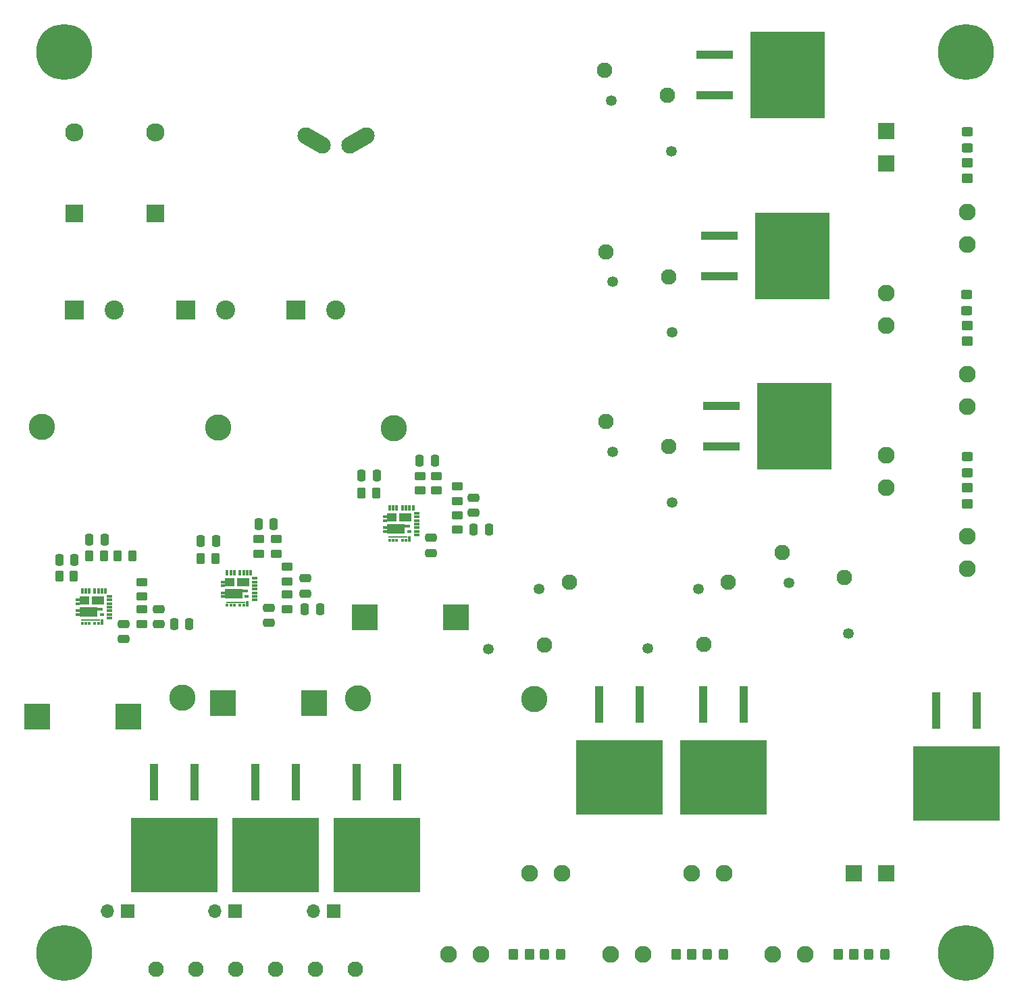
<source format=gts>
G04 #@! TF.GenerationSoftware,KiCad,Pcbnew,(6.0.0)*
G04 #@! TF.CreationDate,2023-02-19T13:31:38-06:00*
G04 #@! TF.ProjectId,SIC431,53494334-3331-42e6-9b69-6361645f7063,rev?*
G04 #@! TF.SameCoordinates,Original*
G04 #@! TF.FileFunction,Soldermask,Top*
G04 #@! TF.FilePolarity,Negative*
%FSLAX46Y46*%
G04 Gerber Fmt 4.6, Leading zero omitted, Abs format (unit mm)*
G04 Created by KiCad (PCBNEW (6.0.0)) date 2023-02-19 13:31:38*
%MOMM*%
%LPD*%
G01*
G04 APERTURE LIST*
G04 Aperture macros list*
%AMRoundRect*
0 Rectangle with rounded corners*
0 $1 Rounding radius*
0 $2 $3 $4 $5 $6 $7 $8 $9 X,Y pos of 4 corners*
0 Add a 4 corners polygon primitive as box body*
4,1,4,$2,$3,$4,$5,$6,$7,$8,$9,$2,$3,0*
0 Add four circle primitives for the rounded corners*
1,1,$1+$1,$2,$3*
1,1,$1+$1,$4,$5*
1,1,$1+$1,$6,$7*
1,1,$1+$1,$8,$9*
0 Add four rect primitives between the rounded corners*
20,1,$1+$1,$2,$3,$4,$5,0*
20,1,$1+$1,$4,$5,$6,$7,0*
20,1,$1+$1,$6,$7,$8,$9,0*
20,1,$1+$1,$8,$9,$2,$3,0*%
%AMHorizOval*
0 Thick line with rounded ends*
0 $1 width*
0 $2 $3 position (X,Y) of the first rounded end (center of the circle)*
0 $4 $5 position (X,Y) of the second rounded end (center of the circle)*
0 Add line between two ends*
20,1,$1,$2,$3,$4,$5,0*
0 Add two circle primitives to create the rounded ends*
1,1,$1,$2,$3*
1,1,$1,$4,$5*%
G04 Aperture macros list end*
%ADD10RoundRect,0.250000X0.262500X0.450000X-0.262500X0.450000X-0.262500X-0.450000X0.262500X-0.450000X0*%
%ADD11R,1.700000X1.700000*%
%ADD12O,1.700000X1.700000*%
%ADD13RoundRect,0.250000X-0.450000X0.325000X-0.450000X-0.325000X0.450000X-0.325000X0.450000X0.325000X0*%
%ADD14RoundRect,0.250000X0.450000X-0.262500X0.450000X0.262500X-0.450000X0.262500X-0.450000X-0.262500X0*%
%ADD15RoundRect,0.250000X0.450000X-0.350000X0.450000X0.350000X-0.450000X0.350000X-0.450000X-0.350000X0*%
%ADD16R,4.600000X1.100000*%
%ADD17R,9.400000X10.800000*%
%ADD18R,1.100000X4.600000*%
%ADD19R,10.800000X9.400000*%
%ADD20HorizOval,2.100000X1.039230X-0.600000X-1.039230X0.600000X0*%
%ADD21HorizOval,2.100000X1.039230X0.600000X-1.039230X-0.600000X0*%
%ADD22RoundRect,0.250000X0.475000X-0.250000X0.475000X0.250000X-0.475000X0.250000X-0.475000X-0.250000X0*%
%ADD23C,1.950000*%
%ADD24C,1.350000*%
%ADD25RoundRect,0.250000X-0.250000X-0.475000X0.250000X-0.475000X0.250000X0.475000X-0.250000X0.475000X0*%
%ADD26RoundRect,0.250000X-0.475000X0.250000X-0.475000X-0.250000X0.475000X-0.250000X0.475000X0.250000X0*%
%ADD27RoundRect,0.250000X0.250000X0.475000X-0.250000X0.475000X-0.250000X-0.475000X0.250000X-0.475000X0*%
%ADD28RoundRect,0.250000X0.325000X0.450000X-0.325000X0.450000X-0.325000X-0.450000X0.325000X-0.450000X0*%
%ADD29RoundRect,0.250000X-0.350000X-0.450000X0.350000X-0.450000X0.350000X0.450000X-0.350000X0.450000X0*%
%ADD30R,2.400000X2.400000*%
%ADD31C,2.400000*%
%ADD32R,0.550000X0.300000*%
%ADD33R,0.300000X0.450000*%
%ADD34R,2.350000X0.280000*%
%ADD35R,0.300000X0.730000*%
%ADD36R,0.725000X0.300000*%
%ADD37R,0.300000X0.725000*%
%ADD38R,1.575000X1.050000*%
%ADD39R,1.150000X1.050000*%
%ADD40R,2.175000X1.200000*%
%ADD41R,0.650000X0.455000*%
%ADD42R,0.580000X0.380000*%
%ADD43C,0.800000*%
%ADD44C,7.000000*%
%ADD45RoundRect,0.250000X-0.450000X0.262500X-0.450000X-0.262500X0.450000X-0.262500X0.450000X0.262500X0*%
%ADD46RoundRect,0.250000X-0.262500X-0.450000X0.262500X-0.450000X0.262500X0.450000X-0.262500X0.450000X0*%
%ADD47R,3.175000X3.300000*%
%ADD48R,2.124000X2.124000*%
%ADD49C,2.124000*%
%ADD50R,2.300000X2.300000*%
%ADD51C,2.300000*%
%ADD52C,3.300000*%
G04 APERTURE END LIST*
D10*
X28207500Y-92750000D03*
X26382500Y-92750000D03*
D11*
X34980000Y-134770000D03*
D12*
X32440000Y-134770000D03*
D13*
X140150000Y-57405000D03*
X140150000Y-59455000D03*
D14*
X73650000Y-82012500D03*
X73650000Y-80187500D03*
D15*
X140170000Y-83680000D03*
X140170000Y-81680000D03*
D16*
X109095000Y-55165000D03*
D17*
X118245000Y-52625000D03*
D16*
X109095000Y-50085000D03*
D18*
X63660000Y-118585000D03*
D19*
X66200000Y-127735000D03*
D18*
X68740000Y-118585000D03*
D10*
X45952500Y-90537500D03*
X44127500Y-90537500D03*
D20*
X58350000Y-38123000D03*
D21*
X63850000Y-38123000D03*
D22*
X57180000Y-94910000D03*
X57180000Y-93010000D03*
D23*
X110235000Y-93480000D03*
D24*
X106485000Y-94330000D03*
X100135000Y-101830000D03*
D23*
X107135000Y-101330000D03*
D25*
X78335000Y-86910000D03*
X80235000Y-86910000D03*
D18*
X94080000Y-108855000D03*
D19*
X96620000Y-118005000D03*
D18*
X99160000Y-108855000D03*
D10*
X66112500Y-82330000D03*
X64287500Y-82330000D03*
D26*
X34475000Y-98720000D03*
X34475000Y-100620000D03*
D27*
X46010000Y-88367500D03*
X44110000Y-88367500D03*
D28*
X89252500Y-140160000D03*
X87202500Y-140160000D03*
D29*
X103690000Y-140160000D03*
X105690000Y-140160000D03*
D30*
X56016041Y-59420000D03*
D31*
X61016041Y-59420000D03*
D25*
X57170000Y-96886250D03*
X59070000Y-96886250D03*
D32*
X28690000Y-95725000D03*
X28690000Y-96175000D03*
X28690000Y-97075000D03*
X28690000Y-97525000D03*
D33*
X29240000Y-98625000D03*
X29690000Y-98625000D03*
X30140000Y-98625000D03*
X30840000Y-98625000D03*
X31290000Y-98625000D03*
D34*
X30265000Y-98260000D03*
D35*
X31740000Y-98485000D03*
D36*
X32652500Y-97975000D03*
X32652500Y-97525000D03*
X32652500Y-97075000D03*
X32652500Y-96625000D03*
X32652500Y-96175000D03*
X32652500Y-95725000D03*
X32652500Y-95275000D03*
D37*
X32190000Y-94612500D03*
X31740000Y-94612500D03*
X31290000Y-94612500D03*
X30840000Y-94612500D03*
X30140000Y-94612500D03*
X29690000Y-94612500D03*
X29240000Y-94612500D03*
D38*
X31202500Y-95800000D03*
D39*
X29540000Y-95800000D03*
D40*
X30052500Y-97225000D03*
D41*
X31465000Y-96852500D03*
D42*
X31700000Y-97540000D03*
D18*
X50970000Y-118585000D03*
D19*
X53510000Y-127735000D03*
D18*
X56050000Y-118585000D03*
D43*
X24375000Y-27000000D03*
X28856155Y-28856155D03*
D44*
X27000000Y-27000000D03*
D43*
X25143845Y-25143845D03*
X27000000Y-24375000D03*
X29625000Y-27000000D03*
X25143845Y-28856155D03*
X27000000Y-29625000D03*
X28856155Y-25143845D03*
D13*
X140170000Y-37005000D03*
X140170000Y-39055000D03*
D15*
X140160000Y-63300000D03*
X140160000Y-61300000D03*
D23*
X90295000Y-93500000D03*
D24*
X86545000Y-94350000D03*
X80195000Y-101850000D03*
D23*
X87195000Y-101350000D03*
D43*
X29625000Y-140000000D03*
X27000000Y-142625000D03*
X25143845Y-138143845D03*
X27000000Y-137375000D03*
X24375000Y-140000000D03*
X28856155Y-138143845D03*
D44*
X27000000Y-140000000D03*
D43*
X25143845Y-141856155D03*
X28856155Y-141856155D03*
D32*
X67227500Y-85315000D03*
X67227500Y-85765000D03*
X67227500Y-86665000D03*
X67227500Y-87115000D03*
D33*
X67777500Y-88215000D03*
X68227500Y-88215000D03*
X68677500Y-88215000D03*
X69377500Y-88215000D03*
X69827500Y-88215000D03*
D34*
X68802500Y-87850000D03*
D35*
X70277500Y-88075000D03*
D36*
X71190000Y-87565000D03*
X71190000Y-87115000D03*
X71190000Y-86665000D03*
X71190000Y-86215000D03*
X71190000Y-85765000D03*
X71190000Y-85315000D03*
X71190000Y-84865000D03*
D37*
X70727500Y-84202500D03*
X70277500Y-84202500D03*
X69827500Y-84202500D03*
X69377500Y-84202500D03*
X68677500Y-84202500D03*
X68227500Y-84202500D03*
X67777500Y-84202500D03*
D38*
X69740000Y-85390000D03*
D39*
X68077500Y-85390000D03*
D40*
X68590000Y-86815000D03*
D41*
X70002500Y-86442500D03*
D42*
X70237500Y-87130000D03*
D45*
X36735000Y-96917500D03*
X36735000Y-98742500D03*
D25*
X40795000Y-98780000D03*
X42695000Y-98780000D03*
D46*
X33682500Y-90210000D03*
X35507500Y-90210000D03*
D43*
X138143845Y-25143845D03*
X140000000Y-24375000D03*
X140000000Y-29625000D03*
X141856155Y-28856155D03*
D44*
X140000000Y-27000000D03*
D43*
X137375000Y-27000000D03*
X141856155Y-25143845D03*
X138143845Y-28856155D03*
X142625000Y-27000000D03*
D46*
X30142500Y-90220000D03*
X31967500Y-90220000D03*
D25*
X30135000Y-88130000D03*
X32035000Y-88130000D03*
D27*
X66170000Y-80120000D03*
X64270000Y-80120000D03*
D16*
X108510000Y-32450000D03*
D17*
X117660000Y-29910000D03*
D16*
X108510000Y-27370000D03*
D29*
X83330000Y-140160000D03*
X85330000Y-140160000D03*
D28*
X109612500Y-140160000D03*
X107562500Y-140160000D03*
D14*
X36735000Y-95282500D03*
X36735000Y-93457500D03*
D25*
X51340000Y-86227500D03*
X53240000Y-86227500D03*
D30*
X28246041Y-59420000D03*
D31*
X33246041Y-59420000D03*
D15*
X140170000Y-42900000D03*
X140170000Y-40900000D03*
D45*
X76290000Y-85080000D03*
X76290000Y-86905000D03*
D22*
X78290000Y-84790000D03*
X78290000Y-82890000D03*
D28*
X129905000Y-140160000D03*
X127855000Y-140160000D03*
D47*
X64705000Y-97920000D03*
X76135000Y-97920000D03*
D18*
X107125000Y-108815000D03*
D19*
X109665000Y-117965000D03*
D18*
X112205000Y-108815000D03*
D23*
X94880000Y-52090000D03*
D24*
X95730000Y-55840000D03*
X103230000Y-62190000D03*
D23*
X102730000Y-55190000D03*
D26*
X72940000Y-87930000D03*
X72940000Y-89830000D03*
D47*
X46905000Y-108640000D03*
X58335000Y-108640000D03*
D23*
X94735000Y-29345000D03*
D24*
X95585000Y-33095000D03*
X103085000Y-39445000D03*
D23*
X102585000Y-32445000D03*
D11*
X48410000Y-134770000D03*
D12*
X45870000Y-134770000D03*
D32*
X46885000Y-93462500D03*
X46885000Y-93912500D03*
X46885000Y-94812500D03*
X46885000Y-95262500D03*
D33*
X47435000Y-96362500D03*
X47885000Y-96362500D03*
X48335000Y-96362500D03*
X49035000Y-96362500D03*
X49485000Y-96362500D03*
D34*
X48460000Y-95997500D03*
D35*
X49935000Y-96222500D03*
D36*
X50847500Y-95712500D03*
X50847500Y-95262500D03*
X50847500Y-94812500D03*
X50847500Y-94362500D03*
X50847500Y-93912500D03*
X50847500Y-93462500D03*
X50847500Y-93012500D03*
D37*
X50385000Y-92350000D03*
X49935000Y-92350000D03*
X49485000Y-92350000D03*
X49035000Y-92350000D03*
X48335000Y-92350000D03*
X47885000Y-92350000D03*
X47435000Y-92350000D03*
D38*
X49397500Y-93537500D03*
D39*
X47735000Y-93537500D03*
D40*
X48247500Y-94962500D03*
D41*
X49660000Y-94590000D03*
D42*
X49895000Y-95277500D03*
D22*
X38835000Y-98750000D03*
X38835000Y-96850000D03*
D27*
X28295000Y-90670000D03*
X26395000Y-90670000D03*
D18*
X38280000Y-118585000D03*
D19*
X40820000Y-127735000D03*
D18*
X43360000Y-118585000D03*
D16*
X109375000Y-76505000D03*
D17*
X118525000Y-73965000D03*
D16*
X109375000Y-71425000D03*
D23*
X94885000Y-73380000D03*
D24*
X95735000Y-77130000D03*
X103235000Y-83480000D03*
D23*
X102735000Y-76480000D03*
D45*
X71580000Y-80187500D03*
X71580000Y-82012500D03*
D30*
X42256041Y-59420000D03*
D31*
X47256041Y-59420000D03*
D23*
X116970000Y-89805000D03*
D24*
X117820000Y-93555000D03*
X125320000Y-99905000D03*
D23*
X124820000Y-92905000D03*
D18*
X136310000Y-109570000D03*
D19*
X138850000Y-118720000D03*
D18*
X141390000Y-109570000D03*
D45*
X51340000Y-88085000D03*
X51340000Y-89910000D03*
D26*
X52650000Y-96717500D03*
X52650000Y-98617500D03*
D14*
X54930000Y-93372500D03*
X54930000Y-91547500D03*
X53610000Y-89910000D03*
X53610000Y-88085000D03*
D47*
X23595000Y-110370000D03*
X35025000Y-110370000D03*
D43*
X140000000Y-137375000D03*
X137375000Y-140000000D03*
X138143845Y-141856155D03*
X141856155Y-141856155D03*
X142625000Y-140000000D03*
X140000000Y-142625000D03*
X141856155Y-138143845D03*
D44*
X140000000Y-140000000D03*
D43*
X138143845Y-138143845D03*
D14*
X76290000Y-83325000D03*
X76290000Y-81500000D03*
D25*
X71570000Y-78240000D03*
X73470000Y-78240000D03*
D45*
X54930000Y-95037500D03*
X54930000Y-96862500D03*
D13*
X140180000Y-77725000D03*
X140180000Y-79775000D03*
D11*
X60750000Y-134770000D03*
D12*
X58210000Y-134770000D03*
D29*
X123990000Y-140160000D03*
X125990000Y-140160000D03*
D23*
X63470000Y-141990000D03*
X58470000Y-141990000D03*
X53470000Y-141990000D03*
X48470000Y-141990000D03*
X43470000Y-141990000D03*
X38470000Y-141990000D03*
D48*
X125980000Y-130000000D03*
X130000000Y-130000000D03*
D49*
X119840000Y-140160000D03*
X115820000Y-140160000D03*
X109680000Y-130000000D03*
X105660000Y-130000000D03*
X95500000Y-140160000D03*
X99520000Y-140160000D03*
X85340000Y-130000000D03*
X89360000Y-130000000D03*
X79200000Y-140160000D03*
X75180000Y-140160000D03*
D50*
X28260000Y-47250000D03*
X38420000Y-47250000D03*
D51*
X28260000Y-37090000D03*
X38420000Y-37090000D03*
D48*
X130000000Y-41000000D03*
X130000000Y-36980000D03*
D49*
X140160000Y-51160000D03*
X140160000Y-47140000D03*
X130000000Y-57300000D03*
X130000000Y-61320000D03*
X140160000Y-67460000D03*
X140160000Y-71480000D03*
X130000000Y-77620000D03*
X130000000Y-81640000D03*
X140160000Y-87780000D03*
X140160000Y-91800000D03*
D52*
X46260000Y-74090000D03*
X63860000Y-108090000D03*
X24180000Y-74000000D03*
X41780000Y-108000000D03*
X85940000Y-108180000D03*
X68340000Y-74180000D03*
M02*

</source>
